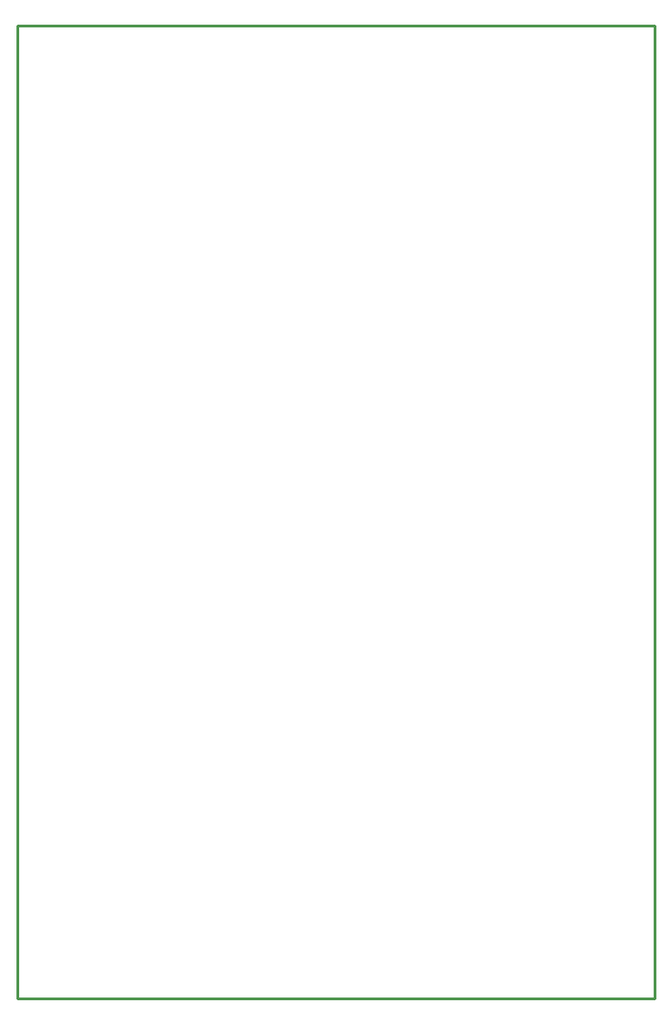
<source format=gbr>
G04 EAGLE Gerber RS-274X export*
G75*
%MOMM*%
%FSLAX34Y34*%
%LPD*%
%IN*%
%IPPOS*%
%AMOC8*
5,1,8,0,0,1.08239X$1,22.5*%
G01*
%ADD10C,0.254000*%


D10*
X0Y0D02*
X590550Y0D01*
X590550Y901700D01*
X0Y901600D01*
X0Y0D01*
M02*

</source>
